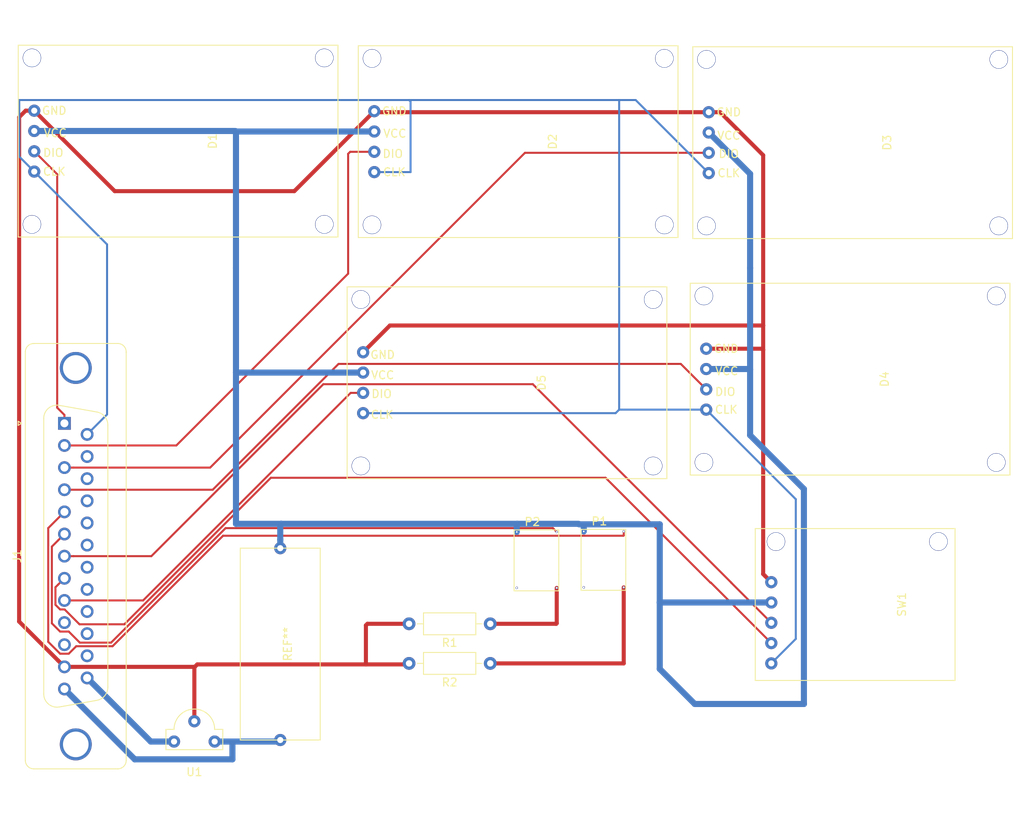
<source format=kicad_pcb>
(kicad_pcb (version 20171130) (host pcbnew "(5.1.0)-1")

  (general
    (thickness 1.6)
    (drawings 4)
    (tracks 157)
    (zones 0)
    (modules 13)
    (nets 23)
  )

  (page A4)
  (layers
    (0 F.Cu signal)
    (31 B.Cu signal)
    (32 B.Adhes user)
    (33 F.Adhes user)
    (34 B.Paste user)
    (35 F.Paste user)
    (36 B.SilkS user)
    (37 F.SilkS user)
    (38 B.Mask user)
    (39 F.Mask user)
    (40 Dwgs.User user)
    (41 Cmts.User user)
    (42 Eco1.User user)
    (43 Eco2.User user)
    (44 Edge.Cuts user)
    (45 Margin user)
    (46 B.CrtYd user)
    (47 F.CrtYd user)
    (48 B.Fab user)
    (49 F.Fab user)
  )

  (setup
    (last_trace_width 0.762)
    (user_trace_width 0.762)
    (trace_clearance 0.2)
    (zone_clearance 0.508)
    (zone_45_only no)
    (trace_min 0.2)
    (via_size 0.8)
    (via_drill 0.4)
    (via_min_size 0.4)
    (via_min_drill 0.3)
    (uvia_size 0.4)
    (uvia_drill 0.1)
    (uvias_allowed no)
    (uvia_min_size 0.4)
    (uvia_min_drill 0.1)
    (edge_width 0.05)
    (segment_width 0.2)
    (pcb_text_width 0.3)
    (pcb_text_size 1.5 1.5)
    (mod_edge_width 0.12)
    (mod_text_size 1 1)
    (mod_text_width 0.15)
    (pad_size 1.6 1.6)
    (pad_drill 1)
    (pad_to_mask_clearance 0.051)
    (solder_mask_min_width 0.25)
    (aux_axis_origin 0 0)
    (visible_elements 7FFFFFFF)
    (pcbplotparams
      (layerselection 0x010fc_ffffffff)
      (usegerberextensions false)
      (usegerberattributes false)
      (usegerberadvancedattributes false)
      (creategerberjobfile false)
      (excludeedgelayer true)
      (linewidth 0.100000)
      (plotframeref false)
      (viasonmask false)
      (mode 1)
      (useauxorigin false)
      (hpglpennumber 1)
      (hpglpenspeed 20)
      (hpglpendiameter 15.000000)
      (psnegative false)
      (psa4output false)
      (plotreference true)
      (plotvalue true)
      (plotinvisibletext false)
      (padsonsilk false)
      (subtractmaskfromsilk false)
      (outputformat 1)
      (mirror false)
      (drillshape 1)
      (scaleselection 1)
      (outputdirectory ""))
  )

  (net 0 "")
  (net 1 /GND)
  (net 2 /VCC)
  (net 3 /DIO)
  (net 4 /CLK)
  (net 5 /D1)
  (net 6 /D2)
  (net 7 /SW)
  (net 8 /DT)
  (net 9 "Net-(J1-Pad11)")
  (net 10 "Net-(J1-Pad13)")
  (net 11 "Net-(J1-Pad15)")
  (net 12 "Net-(J1-Pad16)")
  (net 13 "Net-(J1-Pad17)")
  (net 14 "Net-(J1-Pad18)")
  (net 15 "Net-(J1-Pad19)")
  (net 16 "Net-(J1-Pad20)")
  (net 17 "Net-(J1-Pad21)")
  (net 18 "Net-(J1-Pad22)")
  (net 19 "Net-(J1-Pad23)")
  (net 20 "Net-(J1-Pad24)")
  (net 21 "Net-(P1-Pad4)")
  (net 22 "Net-(P2-Pad4)")

  (net_class Default "This is the default net class."
    (clearance 0.2)
    (trace_width 0.25)
    (via_dia 0.8)
    (via_drill 0.4)
    (uvia_dia 0.4)
    (uvia_drill 0.1)
    (add_net /CLK)
    (add_net /D1)
    (add_net /D2)
    (add_net /DIO)
    (add_net /DT)
    (add_net /GND)
    (add_net /SW)
    (add_net /VCC)
    (add_net "Net-(J1-Pad11)")
    (add_net "Net-(J1-Pad13)")
    (add_net "Net-(J1-Pad15)")
    (add_net "Net-(J1-Pad16)")
    (add_net "Net-(J1-Pad17)")
    (add_net "Net-(J1-Pad18)")
    (add_net "Net-(J1-Pad19)")
    (add_net "Net-(J1-Pad20)")
    (add_net "Net-(J1-Pad21)")
    (add_net "Net-(J1-Pad22)")
    (add_net "Net-(J1-Pad23)")
    (add_net "Net-(J1-Pad24)")
    (add_net "Net-(P1-Pad4)")
    (add_net "Net-(P2-Pad4)")
  )

  (module Eco-PCB-Sensor-Footprints:Fuse-Holder (layer F.Cu) (tedit 5CE9052C) (tstamp 5CE94E84)
    (at 86.2965 146.3675 90)
    (fp_text reference REF** (at 0 -4.064 90) (layer F.SilkS)
      (effects (font (size 1 1) (thickness 0.15)))
    )
    (fp_text value Fuse-Holder (at 0 -6.096 90) (layer F.Fab)
      (effects (font (size 1 1) (thickness 0.15)))
    )
    (fp_line (start 12 0) (end 12 -10) (layer F.SilkS) (width 0.12))
    (fp_line (start -12 0) (end -12 -10) (layer F.SilkS) (width 0.12))
    (fp_line (start 12 -10) (end -12 -10) (layer F.SilkS) (width 0.12))
    (fp_line (start 12 0) (end -12 0) (layer F.SilkS) (width 0.12))
    (pad 1 thru_hole circle (at -12 -5 90) (size 1.524 1.524) (drill 0.762) (layers *.Cu *.Mask)
      (net 2 /VCC))
    (pad 2 thru_hole circle (at 12 -5 90) (size 1.524 1.524) (drill 0.762) (layers *.Cu *.Mask)
      (net 2 /VCC))
  )

  (module Eco-PCB-Sensor-Footprints:TM1637-Display (layer F.Cu) (tedit 5CE6D3A9) (tstamp 5CE6CC87)
    (at 111.0615 83.5025 270)
    (path /5CD392DE)
    (fp_text reference D2 (at 0 -4.318 270) (layer F.SilkS)
      (effects (font (size 1 1) (thickness 0.15)))
    )
    (fp_text value Display_2 (at 0 -2.032 270) (layer F.Fab)
      (effects (font (size 1 1) (thickness 0.15)))
    )
    (fp_line (start -12 20) (end 12 20) (layer F.SilkS) (width 0.12))
    (fp_line (start -12 -20) (end 12 -20) (layer F.SilkS) (width 0.12))
    (fp_line (start 12 -20) (end 12 20) (layer F.SilkS) (width 0.12))
    (fp_line (start -12 -20) (end -12 20) (layer F.SilkS) (width 0.12))
    (fp_text user GND (at -3.81 15.494) (layer F.SilkS)
      (effects (font (size 1 1) (thickness 0.15)))
    )
    (fp_text user VCC (at -1.016 15.4305) (layer F.SilkS)
      (effects (font (size 1 1) (thickness 0.15)))
    )
    (fp_text user DIO (at 1.524 15.6845) (layer F.SilkS)
      (effects (font (size 1 1) (thickness 0.15)))
    )
    (fp_text user CLK (at 3.81 15.494) (layer F.SilkS)
      (effects (font (size 1 1) (thickness 0.15)))
    )
    (pad 1 thru_hole circle (at -3.81 18 270) (size 1.524 1.524) (drill 0.762) (layers *.Cu *.Mask)
      (net 1 /GND))
    (pad 2 thru_hole circle (at -1.27 18 270) (size 1.524 1.524) (drill 0.762) (layers *.Cu *.Mask)
      (net 2 /VCC))
    (pad 3 thru_hole circle (at 1.27 18 270) (size 1.524 1.524) (drill 0.762) (layers *.Cu *.Mask)
      (net 3 /DIO))
    (pad 4 thru_hole circle (at 3.81 18 270) (size 1.524 1.524) (drill 0.762) (layers *.Cu *.Mask)
      (net 4 /CLK))
    (pad "" thru_hole circle (at -10.414 18.288 270) (size 2.3 2.3) (drill 2.2) (layers *.Cu *.Mask))
    (pad "" thru_hole circle (at -10.414 -18.288 270) (size 2.3 2.3) (drill 2.2) (layers *.Cu *.Mask))
    (pad "" thru_hole circle (at 10.414 -18.288 270) (size 2.3 2.3) (drill 2.2) (layers *.Cu *.Mask))
    (pad "" thru_hole circle (at 10.414 18.288 270) (size 2.3 2.3) (drill 2.2) (layers *.Cu *.Mask))
  )

  (module Eco-PCB-Sensor-Footprints:TM1637-Display (layer F.Cu) (tedit 5CE6D33C) (tstamp 5CE6CC73)
    (at 68.5165 83.439 270)
    (path /5CD2EBFF)
    (fp_text reference D1 (at 0 -4.318 270) (layer F.SilkS)
      (effects (font (size 1 1) (thickness 0.15)))
    )
    (fp_text value Display_1 (at 0 -2.032 270) (layer F.Fab)
      (effects (font (size 1 1) (thickness 0.15)))
    )
    (fp_text user CLK (at 3.81 15.494) (layer F.SilkS)
      (effects (font (size 1 1) (thickness 0.15)))
    )
    (fp_text user DIO (at 1.4605 15.621) (layer F.SilkS)
      (effects (font (size 1 1) (thickness 0.15)))
    )
    (fp_text user VCC (at -1.016 15.367) (layer F.SilkS)
      (effects (font (size 1 1) (thickness 0.15)))
    )
    (fp_text user GND (at -3.81 15.494) (layer F.SilkS)
      (effects (font (size 1 1) (thickness 0.15)))
    )
    (fp_line (start -12 -20) (end -12 20) (layer F.SilkS) (width 0.12))
    (fp_line (start 12 -20) (end 12 20) (layer F.SilkS) (width 0.12))
    (fp_line (start -12 -20) (end 12 -20) (layer F.SilkS) (width 0.12))
    (fp_line (start -12 20) (end 12 20) (layer F.SilkS) (width 0.12))
    (pad "" thru_hole circle (at 10.414 18.288 270) (size 2.3 2.3) (drill 2.2) (layers *.Cu *.Mask))
    (pad "" thru_hole circle (at 10.414 -18.288 270) (size 2.3 2.3) (drill 2.2) (layers *.Cu *.Mask))
    (pad "" thru_hole circle (at -10.414 -18.288 270) (size 2.3 2.3) (drill 2.2) (layers *.Cu *.Mask))
    (pad "" thru_hole circle (at -10.414 18.288 270) (size 2.3 2.3) (drill 2.2) (layers *.Cu *.Mask))
    (pad 4 thru_hole circle (at 3.81 18 270) (size 1.524 1.524) (drill 0.762) (layers *.Cu *.Mask)
      (net 4 /CLK))
    (pad 3 thru_hole circle (at 1.27 18 270) (size 1.524 1.524) (drill 0.762) (layers *.Cu *.Mask)
      (net 3 /DIO))
    (pad 2 thru_hole circle (at -1.27 18 270) (size 1.524 1.524) (drill 0.762) (layers *.Cu *.Mask)
      (net 2 /VCC))
    (pad 1 thru_hole circle (at -3.81 18 270) (size 1.524 1.524) (drill 0.762) (layers *.Cu *.Mask)
      (net 1 /GND))
  )

  (module Eco-PCB-Sensor-Footprints:TM1637-Display (layer F.Cu) (tedit 5CE6D439) (tstamp 5CE6CC9B)
    (at 152.908 83.6295 270)
    (path /5CD39ABE)
    (fp_text reference D3 (at 0 -4.318 270) (layer F.SilkS)
      (effects (font (size 1 1) (thickness 0.15)))
    )
    (fp_text value Display_3 (at 0 -2.032 270) (layer F.Fab)
      (effects (font (size 1 1) (thickness 0.15)))
    )
    (fp_text user CLK (at 3.81 15.494) (layer F.SilkS)
      (effects (font (size 1 1) (thickness 0.15)))
    )
    (fp_text user DIO (at 1.397 15.494) (layer F.SilkS)
      (effects (font (size 1 1) (thickness 0.15)))
    )
    (fp_text user VCC (at -0.889 15.494) (layer F.SilkS)
      (effects (font (size 1 1) (thickness 0.15)))
    )
    (fp_text user GND (at -3.81 15.494) (layer F.SilkS)
      (effects (font (size 1 1) (thickness 0.15)))
    )
    (fp_line (start -12 -20) (end -12 20) (layer F.SilkS) (width 0.12))
    (fp_line (start 12 -20) (end 12 20) (layer F.SilkS) (width 0.12))
    (fp_line (start -12 -20) (end 12 -20) (layer F.SilkS) (width 0.12))
    (fp_line (start -12 20) (end 12 20) (layer F.SilkS) (width 0.12))
    (pad "" thru_hole circle (at 10.414 18.288 270) (size 2.3 2.3) (drill 2.2) (layers *.Cu *.Mask))
    (pad "" thru_hole circle (at 10.414 -18.288 270) (size 2.3 2.3) (drill 2.2) (layers *.Cu *.Mask))
    (pad "" thru_hole circle (at -10.414 -18.288 270) (size 2.3 2.3) (drill 2.2) (layers *.Cu *.Mask))
    (pad "" thru_hole circle (at -10.414 18.288 270) (size 2.3 2.3) (drill 2.2) (layers *.Cu *.Mask))
    (pad 4 thru_hole circle (at 3.81 18 270) (size 1.524 1.524) (drill 0.762) (layers *.Cu *.Mask)
      (net 4 /CLK))
    (pad 3 thru_hole circle (at 1.27 18 270) (size 1.524 1.524) (drill 0.762) (layers *.Cu *.Mask)
      (net 3 /DIO))
    (pad 2 thru_hole circle (at -1.27 18 270) (size 1.524 1.524) (drill 0.762) (layers *.Cu *.Mask)
      (net 2 /VCC))
    (pad 1 thru_hole circle (at -3.81 18 270) (size 1.524 1.524) (drill 0.762) (layers *.Cu *.Mask)
      (net 1 /GND))
  )

  (module Eco-PCB-Sensor-Footprints:TM1637-Display (layer F.Cu) (tedit 5CE6D462) (tstamp 5CE6CCAF)
    (at 152.5905 113.2205 270)
    (path /5CD3A063)
    (fp_text reference D4 (at 0 -4.318 270) (layer F.SilkS)
      (effects (font (size 1 1) (thickness 0.15)))
    )
    (fp_text value Display_4 (at 0 -2.032 270) (layer F.Fab)
      (effects (font (size 1 1) (thickness 0.15)))
    )
    (fp_line (start -12 20) (end 12 20) (layer F.SilkS) (width 0.12))
    (fp_line (start -12 -20) (end 12 -20) (layer F.SilkS) (width 0.12))
    (fp_line (start 12 -20) (end 12 20) (layer F.SilkS) (width 0.12))
    (fp_line (start -12 -20) (end -12 20) (layer F.SilkS) (width 0.12))
    (fp_text user GND (at -3.81 15.494) (layer F.SilkS)
      (effects (font (size 1 1) (thickness 0.15)))
    )
    (fp_text user VCC (at -1.016 15.4305) (layer F.SilkS)
      (effects (font (size 1 1) (thickness 0.15)))
    )
    (fp_text user DIO (at 1.5875 15.621) (layer F.SilkS)
      (effects (font (size 1 1) (thickness 0.15)))
    )
    (fp_text user CLK (at 3.81 15.494) (layer F.SilkS)
      (effects (font (size 1 1) (thickness 0.15)))
    )
    (pad 1 thru_hole circle (at -3.81 18 270) (size 1.524 1.524) (drill 0.762) (layers *.Cu *.Mask)
      (net 1 /GND))
    (pad 2 thru_hole circle (at -1.27 18 270) (size 1.524 1.524) (drill 0.762) (layers *.Cu *.Mask)
      (net 2 /VCC))
    (pad 3 thru_hole circle (at 1.27 18 270) (size 1.524 1.524) (drill 0.762) (layers *.Cu *.Mask)
      (net 3 /DIO))
    (pad 4 thru_hole circle (at 3.81 18 270) (size 1.524 1.524) (drill 0.762) (layers *.Cu *.Mask)
      (net 4 /CLK))
    (pad "" thru_hole circle (at -10.414 18.288 270) (size 2.3 2.3) (drill 2.2) (layers *.Cu *.Mask))
    (pad "" thru_hole circle (at -10.414 -18.288 270) (size 2.3 2.3) (drill 2.2) (layers *.Cu *.Mask))
    (pad "" thru_hole circle (at 10.414 -18.288 270) (size 2.3 2.3) (drill 2.2) (layers *.Cu *.Mask))
    (pad "" thru_hole circle (at 10.414 18.288 270) (size 2.3 2.3) (drill 2.2) (layers *.Cu *.Mask))
  )

  (module Eco-PCB-Sensor-Footprints:TM1637-Display (layer F.Cu) (tedit 5CE6D2DF) (tstamp 5CE6CCC3)
    (at 109.6645 113.665 270)
    (path /5CE5879D)
    (fp_text reference D5 (at 0 -4.318 270) (layer F.SilkS)
      (effects (font (size 1 1) (thickness 0.15)))
    )
    (fp_text value Display_5 (at 0 -2.032 270) (layer F.Fab)
      (effects (font (size 1 1) (thickness 0.15)))
    )
    (fp_line (start -12 20) (end 12 20) (layer F.SilkS) (width 0.12))
    (fp_line (start -12 -20) (end 12 -20) (layer F.SilkS) (width 0.12))
    (fp_line (start 12 -20) (end 12 20) (layer F.SilkS) (width 0.12))
    (fp_line (start -12 -20) (end -12 20) (layer F.SilkS) (width 0.12))
    (fp_text user GND (at -3.4925 15.5575) (layer F.SilkS)
      (effects (font (size 1 1) (thickness 0.15)))
    )
    (fp_text user VCC (at -0.9525 15.5575) (layer F.SilkS)
      (effects (font (size 1 1) (thickness 0.15)))
    )
    (fp_text user DIO (at 1.397 15.6845) (layer F.SilkS)
      (effects (font (size 1 1) (thickness 0.15)))
    )
    (fp_text user CLK (at 4.0005 15.621) (layer F.SilkS)
      (effects (font (size 1 1) (thickness 0.15)))
    )
    (pad 1 thru_hole circle (at -3.81 18 270) (size 1.524 1.524) (drill 0.762) (layers *.Cu *.Mask)
      (net 1 /GND))
    (pad 2 thru_hole circle (at -1.27 18 270) (size 1.524 1.524) (drill 0.762) (layers *.Cu *.Mask)
      (net 2 /VCC))
    (pad 3 thru_hole circle (at 1.27 18 270) (size 1.524 1.524) (drill 0.762) (layers *.Cu *.Mask)
      (net 3 /DIO))
    (pad 4 thru_hole circle (at 3.81 18 270) (size 1.524 1.524) (drill 0.762) (layers *.Cu *.Mask)
      (net 4 /CLK))
    (pad "" thru_hole circle (at -10.414 18.288 270) (size 2.3 2.3) (drill 2.2) (layers *.Cu *.Mask))
    (pad "" thru_hole circle (at -10.414 -18.288 270) (size 2.3 2.3) (drill 2.2) (layers *.Cu *.Mask))
    (pad "" thru_hole circle (at 10.414 -18.288 270) (size 2.3 2.3) (drill 2.2) (layers *.Cu *.Mask))
    (pad "" thru_hole circle (at 10.414 18.288 270) (size 2.3 2.3) (drill 2.2) (layers *.Cu *.Mask))
  )

  (module Connector_Dsub:DSUB-25_Female_Vertical_P2.77x2.84mm_MountingHoles (layer F.Cu) (tedit 5CEFEE54) (tstamp 5CE6CD0A)
    (at 54.2925 118.745 90)
    (descr "25-pin D-Sub connector, straight/vertical, THT-mount, female, pitch 2.77x2.84mm, distance of mounting holes 47.1mm, see https://disti-assets.s3.amazonaws.com/tonar/files/datasheets/16730.pdf")
    (tags "25-pin D-Sub connector straight vertical THT female pitch 2.77x2.84mm mounting holes distance 47.1mm")
    (path /5CC77FAB)
    (fp_text reference J1 (at -16.62 -5.89 90) (layer F.SilkS)
      (effects (font (size 1 1) (thickness 0.15)))
    )
    (fp_text value DB25_Female (at -16.62 8.73 90) (layer F.Fab)
      (effects (font (size 1 1) (thickness 0.15)))
    )
    (fp_arc (start -42.17 -3.83) (end -43.17 -3.83) (angle 90) (layer F.Fab) (width 0.1))
    (fp_arc (start 8.93 -3.83) (end 8.93 -4.83) (angle 90) (layer F.Fab) (width 0.1))
    (fp_arc (start -42.17 6.67) (end -43.17 6.67) (angle -90) (layer F.Fab) (width 0.1))
    (fp_arc (start 8.93 6.67) (end 9.93 6.67) (angle 90) (layer F.Fab) (width 0.1))
    (fp_arc (start -42.17 -3.83) (end -43.23 -3.83) (angle 90) (layer F.SilkS) (width 0.12))
    (fp_arc (start 8.93 -3.83) (end 8.93 -4.89) (angle 90) (layer F.SilkS) (width 0.12))
    (fp_arc (start -42.17 6.67) (end -43.23 6.67) (angle -90) (layer F.SilkS) (width 0.12))
    (fp_arc (start 8.93 6.67) (end 9.99 6.67) (angle 90) (layer F.SilkS) (width 0.12))
    (fp_arc (start -33.863194 -0.93) (end -33.863194 -2.53) (angle -100) (layer F.Fab) (width 0.1))
    (fp_arc (start 0.623194 -0.93) (end 0.623194 -2.53) (angle 100) (layer F.Fab) (width 0.1))
    (fp_arc (start -33.034457 3.77) (end -33.034457 5.37) (angle 80) (layer F.Fab) (width 0.1))
    (fp_arc (start -0.205543 3.77) (end -0.205543 5.37) (angle -80) (layer F.Fab) (width 0.1))
    (fp_arc (start -33.851689 -0.93) (end -33.851689 -2.59) (angle -100) (layer F.SilkS) (width 0.12))
    (fp_arc (start 0.611689 -0.93) (end 0.611689 -2.59) (angle 100) (layer F.SilkS) (width 0.12))
    (fp_arc (start -33.022952 3.77) (end -33.022952 5.43) (angle 80) (layer F.SilkS) (width 0.12))
    (fp_arc (start -0.217048 3.77) (end -0.217048 5.43) (angle -80) (layer F.SilkS) (width 0.12))
    (fp_line (start -42.17 -4.83) (end 8.93 -4.83) (layer F.Fab) (width 0.1))
    (fp_line (start 9.93 -3.83) (end 9.93 6.67) (layer F.Fab) (width 0.1))
    (fp_line (start 8.93 7.67) (end -42.17 7.67) (layer F.Fab) (width 0.1))
    (fp_line (start -43.17 6.67) (end -43.17 -3.83) (layer F.Fab) (width 0.1))
    (fp_line (start -42.17 -4.89) (end 8.93 -4.89) (layer F.SilkS) (width 0.12))
    (fp_line (start 9.99 -3.83) (end 9.99 6.67) (layer F.SilkS) (width 0.12))
    (fp_line (start 8.93 7.73) (end -42.17 7.73) (layer F.SilkS) (width 0.12))
    (fp_line (start -43.23 6.67) (end -43.23 -3.83) (layer F.SilkS) (width 0.12))
    (fp_line (start -0.25 -5.784338) (end 0.25 -5.784338) (layer F.SilkS) (width 0.12))
    (fp_line (start 0.25 -5.784338) (end 0 -5.351325) (layer F.SilkS) (width 0.12))
    (fp_line (start 0 -5.351325) (end -0.25 -5.784338) (layer F.SilkS) (width 0.12))
    (fp_line (start -33.863194 -2.53) (end 0.623194 -2.53) (layer F.Fab) (width 0.1))
    (fp_line (start -33.034457 5.37) (end -0.205543 5.37) (layer F.Fab) (width 0.1))
    (fp_line (start 2.198887 -0.652163) (end 1.37015 4.047837) (layer F.Fab) (width 0.1))
    (fp_line (start -35.438887 -0.652163) (end -34.61015 4.047837) (layer F.Fab) (width 0.1))
    (fp_line (start -33.851689 -2.59) (end 0.611689 -2.59) (layer F.SilkS) (width 0.12))
    (fp_line (start -33.022952 5.43) (end -0.217048 5.43) (layer F.SilkS) (width 0.12))
    (fp_line (start 2.24647 -0.641744) (end 1.417733 4.058256) (layer F.SilkS) (width 0.12))
    (fp_line (start -35.48647 -0.641744) (end -34.657733 4.058256) (layer F.SilkS) (width 0.12))
    (fp_line (start -43.7 -5.35) (end -43.7 8.2) (layer F.CrtYd) (width 0.05))
    (fp_line (start -43.7 8.2) (end 10.45 8.2) (layer F.CrtYd) (width 0.05))
    (fp_line (start 10.45 8.2) (end 10.45 -5.35) (layer F.CrtYd) (width 0.05))
    (fp_line (start 10.45 -5.35) (end -43.7 -5.35) (layer F.CrtYd) (width 0.05))
    (fp_text user %R (at -16.62 1.42 90) (layer F.Fab)
      (effects (font (size 1 1) (thickness 0.15)))
    )
    (pad 1 thru_hole rect (at 0 0 90) (size 1.6 1.6) (drill 1) (layers *.Cu *.Mask)
      (net 3 /DIO))
    (pad 2 thru_hole circle (at -2.77 0 90) (size 1.6 1.6) (drill 1) (layers *.Cu *.Mask)
      (net 3 /DIO))
    (pad 3 thru_hole circle (at -5.54 0 90) (size 1.6 1.6) (drill 1) (layers *.Cu *.Mask)
      (net 3 /DIO))
    (pad 4 thru_hole circle (at -8.31 0 90) (size 1.6 1.6) (drill 1) (layers *.Cu *.Mask)
      (net 3 /DIO))
    (pad 5 thru_hole circle (at -11.08 0 90) (size 1.6 1.6) (drill 1) (layers *.Cu *.Mask)
      (net 5 /D1))
    (pad 6 thru_hole circle (at -13.85 0 90) (size 1.6 1.6) (drill 1) (layers *.Cu *.Mask)
      (net 6 /D2))
    (pad 7 thru_hole circle (at -16.62 0 90) (size 1.6 1.6) (drill 1) (layers *.Cu *.Mask)
      (net 7 /SW))
    (pad 8 thru_hole circle (at -19.39 0 90) (size 1.6 1.6) (drill 1) (layers *.Cu *.Mask)
      (net 8 /DT))
    (pad 9 thru_hole circle (at -22.16 0 90) (size 1.6 1.6) (drill 1) (layers *.Cu *.Mask)
      (net 3 /DIO))
    (pad 10 thru_hole circle (at -24.93 0 90) (size 1.6 1.6) (drill 1) (layers *.Cu *.Mask)
      (net 10 "Net-(J1-Pad13)"))
    (pad 11 thru_hole circle (at -27.7 0 90) (size 1.6 1.6) (drill 1) (layers *.Cu *.Mask)
      (net 9 "Net-(J1-Pad11)"))
    (pad 12 thru_hole circle (at -30.47 0 90) (size 1.6 1.6) (drill 1) (layers *.Cu *.Mask)
      (net 1 /GND))
    (pad 13 thru_hole circle (at -33.24 0 90) (size 1.6 1.6) (drill 1) (layers *.Cu *.Mask)
      (net 2 /VCC))
    (pad 14 thru_hole circle (at -1.385 2.84 90) (size 1.6 1.6) (drill 1) (layers *.Cu *.Mask)
      (net 4 /CLK))
    (pad 15 thru_hole circle (at -4.155 2.84 90) (size 1.6 1.6) (drill 1) (layers *.Cu *.Mask)
      (net 11 "Net-(J1-Pad15)"))
    (pad 16 thru_hole circle (at -6.925 2.84 90) (size 1.6 1.6) (drill 1) (layers *.Cu *.Mask)
      (net 12 "Net-(J1-Pad16)"))
    (pad 17 thru_hole circle (at -9.695 2.84 90) (size 1.6 1.6) (drill 1) (layers *.Cu *.Mask)
      (net 13 "Net-(J1-Pad17)"))
    (pad 18 thru_hole circle (at -12.465 2.84 90) (size 1.6 1.6) (drill 1) (layers *.Cu *.Mask)
      (net 14 "Net-(J1-Pad18)"))
    (pad 19 thru_hole circle (at -15.235 2.84 90) (size 1.6 1.6) (drill 1) (layers *.Cu *.Mask)
      (net 15 "Net-(J1-Pad19)"))
    (pad 20 thru_hole circle (at -18.005 2.84 90) (size 1.6 1.6) (drill 1) (layers *.Cu *.Mask)
      (net 16 "Net-(J1-Pad20)"))
    (pad 21 thru_hole circle (at -20.775 2.84 90) (size 1.6 1.6) (drill 1) (layers *.Cu *.Mask)
      (net 17 "Net-(J1-Pad21)"))
    (pad 22 thru_hole circle (at -23.545 2.84 90) (size 1.6 1.6) (drill 1) (layers *.Cu *.Mask)
      (net 18 "Net-(J1-Pad22)"))
    (pad 23 thru_hole circle (at -26.315 2.84 90) (size 1.6 1.6) (drill 1) (layers *.Cu *.Mask)
      (net 19 "Net-(J1-Pad23)"))
    (pad 24 thru_hole circle (at -29.085 2.84 90) (size 1.6 1.6) (drill 1) (layers *.Cu *.Mask)
      (net 20 "Net-(J1-Pad24)"))
    (pad 25 thru_hole circle (at -31.855 2.84 90) (size 1.6 1.6) (drill 1) (layers *.Cu *.Mask)
      (net 2 /VCC))
    (pad 0 thru_hole circle (at -40.17 1.42 90) (size 4 4) (drill 3.2) (layers *.Cu *.Mask))
    (pad 0 thru_hole circle (at 6.93 1.42 90) (size 4 4) (drill 3.2) (layers *.Cu *.Mask))
    (model ${KISYS3DMOD}/Connector_Dsub.3dshapes/DSUB-25_Female_Vertical_P2.77x2.84mm_MountingHoles.wrl
      (at (xyz 0 0 0))
      (scale (xyz 1 1 1))
      (rotate (xyz 0 0 0))
    )
  )

  (module Eco-PCB-Sensor-Footprints:Push-Button (layer F.Cu) (tedit 5CE6C6A6) (tstamp 5CE6CD1B)
    (at 124.2695 132.2705 180)
    (path /5CE6B030)
    (fp_text reference P1 (at 3.048 1.27 180) (layer F.SilkS)
      (effects (font (size 1 1) (thickness 0.15)))
    )
    (fp_text value "Push Button" (at 0 -8.128 180) (layer F.Fab)
      (effects (font (size 1 1) (thickness 0.15)))
    )
    (fp_line (start 5.334 -5.334) (end 5.334 -7.366) (layer F.SilkS) (width 0.12))
    (fp_line (start -0.254 -7.366) (end -0.254 -5.334) (layer F.SilkS) (width 0.12))
    (fp_line (start 5.334 -5.334) (end 5.334 0.254) (layer F.SilkS) (width 0.12))
    (fp_line (start -0.254 -7.366) (end 5.334 -7.366) (layer F.SilkS) (width 0.12))
    (fp_line (start -0.254 0.254) (end -0.254 -5.334) (layer F.SilkS) (width 0.12))
    (fp_line (start 5.334 0.254) (end -0.254 0.254) (layer F.SilkS) (width 0.12))
    (fp_text user GND (at 0.762 -6.858 180) (layer F.Fab)
      (effects (font (size 0.2 0.2) (thickness 0.05)))
    )
    (fp_text user D1 (at 0.508 0 180) (layer F.Fab)
      (effects (font (size 0.2 0.2) (thickness 0.05)))
    )
    (fp_text user VCC (at 4.318 0 180) (layer F.Fab)
      (effects (font (size 0.2 0.2) (thickness 0.05)))
    )
    (pad 4 thru_hole circle (at 5 -7 180) (size 0.3 0.3) (drill 0.2) (layers *.Cu *.Mask)
      (net 21 "Net-(P1-Pad4)"))
    (pad 3 thru_hole circle (at 0 -7 180) (size 0.3 0.3) (drill 0.2) (layers *.Cu *.Mask)
      (net 1 /GND))
    (pad 2 thru_hole circle (at 5 0 180) (size 0.3 0.3) (drill 0.2) (layers *.Cu *.Mask)
      (net 2 /VCC))
    (pad 1 thru_hole circle (at 0 0 180) (size 0.3 0.3) (drill 0.2) (layers *.Cu *.Mask)
      (net 5 /D1))
  )

  (module Eco-PCB-Sensor-Footprints:Push-Button (layer F.Cu) (tedit 5CE6C6A6) (tstamp 5CE6CD2C)
    (at 115.8875 132.334 180)
    (path /5CE6EB3E)
    (fp_text reference P2 (at 3.048 1.27 180) (layer F.SilkS)
      (effects (font (size 1 1) (thickness 0.15)))
    )
    (fp_text value "Push Button" (at 0 -8.128 180) (layer F.Fab)
      (effects (font (size 1 1) (thickness 0.15)))
    )
    (fp_text user VCC (at 4.318 0 180) (layer F.Fab)
      (effects (font (size 0.2 0.2) (thickness 0.05)))
    )
    (fp_text user D1 (at 0.508 0 180) (layer F.Fab)
      (effects (font (size 0.2 0.2) (thickness 0.05)))
    )
    (fp_text user GND (at 0.762 -6.858 180) (layer F.Fab)
      (effects (font (size 0.2 0.2) (thickness 0.05)))
    )
    (fp_line (start 5.334 0.254) (end -0.254 0.254) (layer F.SilkS) (width 0.12))
    (fp_line (start -0.254 0.254) (end -0.254 -5.334) (layer F.SilkS) (width 0.12))
    (fp_line (start -0.254 -7.366) (end 5.334 -7.366) (layer F.SilkS) (width 0.12))
    (fp_line (start 5.334 -5.334) (end 5.334 0.254) (layer F.SilkS) (width 0.12))
    (fp_line (start -0.254 -7.366) (end -0.254 -5.334) (layer F.SilkS) (width 0.12))
    (fp_line (start 5.334 -5.334) (end 5.334 -7.366) (layer F.SilkS) (width 0.12))
    (pad 1 thru_hole circle (at 0 0 180) (size 0.3 0.3) (drill 0.2) (layers *.Cu *.Mask)
      (net 6 /D2))
    (pad 2 thru_hole circle (at 5 0 180) (size 0.3 0.3) (drill 0.2) (layers *.Cu *.Mask)
      (net 2 /VCC))
    (pad 3 thru_hole circle (at 0 -7 180) (size 0.3 0.3) (drill 0.2) (layers *.Cu *.Mask)
      (net 1 /GND))
    (pad 4 thru_hole circle (at 5 -7 180) (size 0.3 0.3) (drill 0.2) (layers *.Cu *.Mask)
      (net 22 "Net-(P2-Pad4)"))
  )

  (module Resistor_THT:R_Axial_DIN0207_L6.3mm_D2.5mm_P10.16mm_Horizontal (layer F.Cu) (tedit 5AE5139B) (tstamp 5CE6CD43)
    (at 107.569 143.8275 180)
    (descr "Resistor, Axial_DIN0207 series, Axial, Horizontal, pin pitch=10.16mm, 0.25W = 1/4W, length*diameter=6.3*2.5mm^2, http://cdn-reichelt.de/documents/datenblatt/B400/1_4W%23YAG.pdf")
    (tags "Resistor Axial_DIN0207 series Axial Horizontal pin pitch 10.16mm 0.25W = 1/4W length 6.3mm diameter 2.5mm")
    (path /5CE728FC)
    (fp_text reference R1 (at 5.08 -2.37 180) (layer F.SilkS)
      (effects (font (size 1 1) (thickness 0.15)))
    )
    (fp_text value "10K Ohms" (at 5.08 2.37 180) (layer F.Fab)
      (effects (font (size 1 1) (thickness 0.15)))
    )
    (fp_line (start 1.93 -1.25) (end 1.93 1.25) (layer F.Fab) (width 0.1))
    (fp_line (start 1.93 1.25) (end 8.23 1.25) (layer F.Fab) (width 0.1))
    (fp_line (start 8.23 1.25) (end 8.23 -1.25) (layer F.Fab) (width 0.1))
    (fp_line (start 8.23 -1.25) (end 1.93 -1.25) (layer F.Fab) (width 0.1))
    (fp_line (start 0 0) (end 1.93 0) (layer F.Fab) (width 0.1))
    (fp_line (start 10.16 0) (end 8.23 0) (layer F.Fab) (width 0.1))
    (fp_line (start 1.81 -1.37) (end 1.81 1.37) (layer F.SilkS) (width 0.12))
    (fp_line (start 1.81 1.37) (end 8.35 1.37) (layer F.SilkS) (width 0.12))
    (fp_line (start 8.35 1.37) (end 8.35 -1.37) (layer F.SilkS) (width 0.12))
    (fp_line (start 8.35 -1.37) (end 1.81 -1.37) (layer F.SilkS) (width 0.12))
    (fp_line (start 1.04 0) (end 1.81 0) (layer F.SilkS) (width 0.12))
    (fp_line (start 9.12 0) (end 8.35 0) (layer F.SilkS) (width 0.12))
    (fp_line (start -1.05 -1.5) (end -1.05 1.5) (layer F.CrtYd) (width 0.05))
    (fp_line (start -1.05 1.5) (end 11.21 1.5) (layer F.CrtYd) (width 0.05))
    (fp_line (start 11.21 1.5) (end 11.21 -1.5) (layer F.CrtYd) (width 0.05))
    (fp_line (start 11.21 -1.5) (end -1.05 -1.5) (layer F.CrtYd) (width 0.05))
    (fp_text user %R (at 5.08 0 180) (layer F.Fab)
      (effects (font (size 1 1) (thickness 0.15)))
    )
    (pad 1 thru_hole circle (at 0 0 180) (size 1.6 1.6) (drill 0.8) (layers *.Cu *.Mask)
      (net 1 /GND))
    (pad 2 thru_hole oval (at 10.16 0 180) (size 1.6 1.6) (drill 0.8) (layers *.Cu *.Mask)
      (net 1 /GND))
    (model ${KISYS3DMOD}/Resistor_THT.3dshapes/R_Axial_DIN0207_L6.3mm_D2.5mm_P10.16mm_Horizontal.wrl
      (at (xyz 0 0 0))
      (scale (xyz 1 1 1))
      (rotate (xyz 0 0 0))
    )
  )

  (module Resistor_THT:R_Axial_DIN0207_L6.3mm_D2.5mm_P10.16mm_Horizontal (layer F.Cu) (tedit 5AE5139B) (tstamp 5CE6CD5A)
    (at 107.569 148.7805 180)
    (descr "Resistor, Axial_DIN0207 series, Axial, Horizontal, pin pitch=10.16mm, 0.25W = 1/4W, length*diameter=6.3*2.5mm^2, http://cdn-reichelt.de/documents/datenblatt/B400/1_4W%23YAG.pdf")
    (tags "Resistor Axial_DIN0207 series Axial Horizontal pin pitch 10.16mm 0.25W = 1/4W length 6.3mm diameter 2.5mm")
    (path /5CE73538)
    (fp_text reference R2 (at 5.08 -2.37 180) (layer F.SilkS)
      (effects (font (size 1 1) (thickness 0.15)))
    )
    (fp_text value "10K Ohms" (at 5.08 2.37 180) (layer F.Fab)
      (effects (font (size 1 1) (thickness 0.15)))
    )
    (fp_text user %R (at 5.08 0 180) (layer F.Fab)
      (effects (font (size 1 1) (thickness 0.15)))
    )
    (fp_line (start 11.21 -1.5) (end -1.05 -1.5) (layer F.CrtYd) (width 0.05))
    (fp_line (start 11.21 1.5) (end 11.21 -1.5) (layer F.CrtYd) (width 0.05))
    (fp_line (start -1.05 1.5) (end 11.21 1.5) (layer F.CrtYd) (width 0.05))
    (fp_line (start -1.05 -1.5) (end -1.05 1.5) (layer F.CrtYd) (width 0.05))
    (fp_line (start 9.12 0) (end 8.35 0) (layer F.SilkS) (width 0.12))
    (fp_line (start 1.04 0) (end 1.81 0) (layer F.SilkS) (width 0.12))
    (fp_line (start 8.35 -1.37) (end 1.81 -1.37) (layer F.SilkS) (width 0.12))
    (fp_line (start 8.35 1.37) (end 8.35 -1.37) (layer F.SilkS) (width 0.12))
    (fp_line (start 1.81 1.37) (end 8.35 1.37) (layer F.SilkS) (width 0.12))
    (fp_line (start 1.81 -1.37) (end 1.81 1.37) (layer F.SilkS) (width 0.12))
    (fp_line (start 10.16 0) (end 8.23 0) (layer F.Fab) (width 0.1))
    (fp_line (start 0 0) (end 1.93 0) (layer F.Fab) (width 0.1))
    (fp_line (start 8.23 -1.25) (end 1.93 -1.25) (layer F.Fab) (width 0.1))
    (fp_line (start 8.23 1.25) (end 8.23 -1.25) (layer F.Fab) (width 0.1))
    (fp_line (start 1.93 1.25) (end 8.23 1.25) (layer F.Fab) (width 0.1))
    (fp_line (start 1.93 -1.25) (end 1.93 1.25) (layer F.Fab) (width 0.1))
    (pad 2 thru_hole oval (at 10.16 0 180) (size 1.6 1.6) (drill 0.8) (layers *.Cu *.Mask)
      (net 1 /GND))
    (pad 1 thru_hole circle (at 0 0 180) (size 1.6 1.6) (drill 0.8) (layers *.Cu *.Mask)
      (net 1 /GND))
    (model ${KISYS3DMOD}/Resistor_THT.3dshapes/R_Axial_DIN0207_L6.3mm_D2.5mm_P10.16mm_Horizontal.wrl
      (at (xyz 0 0 0))
      (scale (xyz 1 1 1))
      (rotate (xyz 0 0 0))
    )
  )

  (module Eco-PCB-Sensor-Footprints:Rotary_Encoder (layer F.Cu) (tedit 5CE6CCF3) (tstamp 5CE6CD69)
    (at 153.2255 141.4145 270)
    (path /5CE3F004)
    (fp_text reference SW1 (at 0 -5.842 270) (layer F.SilkS)
      (effects (font (size 1 1) (thickness 0.15)))
    )
    (fp_text value Rotary_Encoder_Switch (at 0 3.81 270) (layer F.Fab)
      (effects (font (size 1 1) (thickness 0.15)))
    )
    (fp_line (start -9.5 12.5) (end -9.5 -12.5) (layer F.SilkS) (width 0.12))
    (fp_line (start 9.5 -12.5) (end 9.5 12.5) (layer F.SilkS) (width 0.12))
    (fp_line (start -9.5 -12.5) (end 9.5 -12.5) (layer F.SilkS) (width 0.12))
    (fp_line (start -9.5 12.5) (end 9.5 12.5) (layer F.SilkS) (width 0.12))
    (pad 1 thru_hole circle (at -2.794 10.492 270) (size 1.524 1.524) (drill 0.762) (layers *.Cu *.Mask)
      (net 1 /GND))
    (pad 2 thru_hole circle (at -0.254 10.492 270) (size 1.524 1.524) (drill 0.762) (layers *.Cu *.Mask)
      (net 2 /VCC))
    (pad 3 thru_hole circle (at 2.286 10.492 270) (size 1.524 1.524) (drill 0.762) (layers *.Cu *.Mask)
      (net 7 /SW))
    (pad 4 thru_hole circle (at 4.826 10.492 270) (size 1.524 1.524) (drill 0.762) (layers *.Cu *.Mask)
      (net 8 /DT))
    (pad "" thru_hole circle (at -7.874 9.906 270) (size 2.3 2.3) (drill 2.2) (layers *.Cu *.Mask))
    (pad "" thru_hole circle (at -7.874 -10.414 270) (size 2.3 2.3) (drill 2.2) (layers *.Cu *.Mask))
    (pad 5 thru_hole circle (at 7.366 10.492 270) (size 1.524 1.524) (drill 0.762) (layers *.Cu *.Mask)
      (net 4 /CLK))
  )

  (module Eco-PCB-Sensor-Footprints:Red-Switch (layer F.Cu) (tedit 5CEFEDB3) (tstamp 5CE6CD79)
    (at 70.5485 158.5595)
    (path /5CD489D5)
    (fp_text reference U1 (at 0 3.81) (layer F.SilkS)
      (effects (font (size 1 1) (thickness 0.15)))
    )
    (fp_text value ADG417BR (at 0.508 -6.604) (layer F.Fab)
      (effects (font (size 1 1) (thickness 0.15)))
    )
    (fp_line (start -3.556 -1.016) (end -3.556 1.016) (layer F.SilkS) (width 0.12))
    (fp_line (start -3.556 1.016) (end 3.556 1.016) (layer F.SilkS) (width 0.12))
    (fp_line (start 3.556 1.016) (end 3.556 -1.016) (layer F.SilkS) (width 0.12))
    (fp_arc (start 0 -1.524) (end 2.54 -1.524) (angle -180) (layer F.SilkS) (width 0.12))
    (fp_line (start -2.54 -1.524) (end -3.556 -1.524) (layer F.SilkS) (width 0.12))
    (fp_line (start -3.556 -1.524) (end -3.556 -1.016) (layer F.SilkS) (width 0.12))
    (fp_line (start 2.54 -1.524) (end 3.556 -1.524) (layer F.SilkS) (width 0.12))
    (fp_line (start 3.556 -1.524) (end 3.556 -1.016) (layer F.SilkS) (width 0.12))
    (fp_text user GND (at 0 -4.826) (layer F.Fab)
      (effects (font (size 1 1) (thickness 0.15)))
    )
    (pad 1 thru_hole circle (at -2.54 0) (size 1.524 1.524) (drill 0.762) (layers *.Cu *.Mask)
      (net 2 /VCC))
    (pad 2 thru_hole circle (at 2.54 0) (size 1.524 1.524) (drill 0.762) (layers *.Cu *.Mask)
      (net 2 /VCC))
    (pad 3 thru_hole circle (at 0 -2.54) (size 1.524 1.524) (drill 0.762) (layers *.Cu *.Mask)
      (net 1 /GND))
  )

  (gr_line (start 46.2915 170.8405) (end 46.2915 65.8405) (layer Eco2.User) (width 0.12) (tstamp 5CE6BFFE))
  (gr_line (start 174.2915 170.8405) (end 174.2915 65.8405) (layer Eco2.User) (width 0.12) (tstamp 5CE6BFAF))
  (gr_line (start 174.2915 170.8405) (end 46.2915 170.8405) (layer Eco2.User) (width 0.12) (tstamp 5CE6BF74))
  (gr_line (start 174.2915 65.8405) (end 46.2915 65.8405) (layer Eco2.User) (width 0.12))

  (segment (start 97.282 148.9075) (end 97.409 148.7805) (width 0.508) (layer B.Cu) (net 1))
  (segment (start 92.0115 148.9075) (end 92.0115 144.018) (width 0.508) (layer F.Cu) (net 1))
  (segment (start 92.0115 148.9075) (end 97.282 148.9075) (width 0.508) (layer F.Cu) (net 1))
  (segment (start 92.202 143.8275) (end 97.409 143.8275) (width 0.508) (layer F.Cu) (net 1))
  (segment (start 92.0115 144.018) (end 92.202 143.8275) (width 0.508) (layer F.Cu) (net 1))
  (segment (start 107.569 143.8275) (end 115.824 143.8275) (width 0.508) (layer F.Cu) (net 1))
  (segment (start 115.8875 143.764) (end 115.8875 139.334) (width 0.508) (layer F.Cu) (net 1))
  (segment (start 115.824 143.8275) (end 115.8875 143.764) (width 0.508) (layer F.Cu) (net 1))
  (segment (start 124.2695 148.7805) (end 124.2695 139.2705) (width 0.508) (layer F.Cu) (net 1))
  (segment (start 107.569 148.7805) (end 124.2695 148.7805) (width 0.508) (layer F.Cu) (net 1))
  (segment (start 83.058 89.696) (end 93.0615 79.6925) (width 0.508) (layer F.Cu) (net 1))
  (segment (start 60.5835 89.696) (end 50.5165 79.629) (width 0.508) (layer F.Cu) (net 1))
  (segment (start 83.058 89.696) (end 60.5835 89.696) (width 0.508) (layer F.Cu) (net 1))
  (segment (start 93.1885 79.8195) (end 93.0615 79.6925) (width 0.508) (layer B.Cu) (net 1))
  (segment (start 134.908 79.8195) (end 93.1885 79.8195) (width 0.508) (layer F.Cu) (net 1))
  (segment (start 141.971501 137.858501) (end 142.7335 138.6205) (width 0.508) (layer F.Cu) (net 1))
  (segment (start 141.715499 137.602499) (end 141.971501 137.858501) (width 0.508) (layer F.Cu) (net 1))
  (segment (start 136.3345 79.8195) (end 141.715499 85.200499) (width 0.508) (layer F.Cu) (net 1))
  (segment (start 134.908 79.8195) (end 136.3345 79.8195) (width 0.508) (layer F.Cu) (net 1))
  (segment (start 141.571998 109.4105) (end 134.5905 109.4105) (width 0.508) (layer F.Cu) (net 1))
  (segment (start 141.715499 109.554001) (end 141.571998 109.4105) (width 0.508) (layer F.Cu) (net 1))
  (segment (start 141.715499 109.554001) (end 141.715499 137.602499) (width 0.508) (layer F.Cu) (net 1))
  (segment (start 53.492501 148.415001) (end 54.2925 149.215) (width 0.508) (layer F.Cu) (net 1))
  (segment (start 48.624499 143.546999) (end 53.492501 148.415001) (width 0.508) (layer F.Cu) (net 1))
  (segment (start 48.624499 80.443371) (end 48.624499 143.546999) (width 0.508) (layer F.Cu) (net 1))
  (segment (start 49.43887 79.629) (end 48.624499 80.443371) (width 0.508) (layer F.Cu) (net 1))
  (segment (start 50.5165 79.629) (end 49.43887 79.629) (width 0.508) (layer F.Cu) (net 1))
  (segment (start 95.013499 106.506001) (end 91.6645 109.855) (width 0.508) (layer F.Cu) (net 1))
  (segment (start 141.715499 106.506001) (end 95.013499 106.506001) (width 0.508) (layer F.Cu) (net 1))
  (segment (start 141.715499 106.506001) (end 141.715499 109.554001) (width 0.508) (layer F.Cu) (net 1))
  (segment (start 141.715499 85.200499) (end 141.715499 106.506001) (width 0.508) (layer F.Cu) (net 1))
  (segment (start 54.2925 149.215) (end 70.602 149.215) (width 0.508) (layer F.Cu) (net 1))
  (segment (start 70.5485 149.2685) (end 70.5485 156.0195) (width 0.508) (layer F.Cu) (net 1))
  (segment (start 70.602 149.215) (end 70.5485 149.2685) (width 0.508) (layer F.Cu) (net 1))
  (segment (start 70.9095 148.9075) (end 70.602 149.215) (width 0.508) (layer F.Cu) (net 1))
  (segment (start 92.0115 148.9075) (end 70.9095 148.9075) (width 0.508) (layer F.Cu) (net 1))
  (segment (start 142.7335 141.1605) (end 128.778 141.1605) (width 0.762) (layer B.Cu) (net 2))
  (segment (start 110.8875 131.365) (end 110.8875 132.334) (width 0.762) (layer B.Cu) (net 2))
  (segment (start 110.9345 131.318) (end 110.8875 131.365) (width 0.508) (layer B.Cu) (net 2))
  (segment (start 119.2695 132.2705) (end 119.2695 131.5885) (width 0.762) (layer B.Cu) (net 2))
  (segment (start 128.778 141.1605) (end 128.778 131.3815) (width 0.762) (layer B.Cu) (net 2))
  (segment (start 75.7555 82.2325) (end 93.0615 82.2325) (width 0.762) (layer B.Cu) (net 2))
  (segment (start 75.7555 99.314) (end 75.7555 82.2325) (width 0.762) (layer B.Cu) (net 2))
  (segment (start 75.692 82.169) (end 50.5165 82.169) (width 0.762) (layer B.Cu) (net 2))
  (segment (start 75.7555 82.2325) (end 75.692 82.169) (width 0.508) (layer B.Cu) (net 2))
  (segment (start 140.081 87.5325) (end 134.908 82.3595) (width 0.762) (layer B.Cu) (net 2))
  (segment (start 140.081 99.314) (end 140.081 87.5325) (width 0.762) (layer B.Cu) (net 2))
  (segment (start 140.0175 111.9505) (end 134.5905 111.9505) (width 0.762) (layer B.Cu) (net 2))
  (segment (start 140.081 112.014) (end 140.0175 111.9505) (width 0.508) (layer B.Cu) (net 2))
  (segment (start 140.081 99.314) (end 140.081 112.014) (width 0.762) (layer B.Cu) (net 2))
  (segment (start 91.6645 112.395) (end 75.7555 112.395) (width 0.762) (layer B.Cu) (net 2))
  (segment (start 75.7555 114.8715) (end 75.7555 112.395) (width 0.762) (layer B.Cu) (net 2))
  (segment (start 75.7555 112.395) (end 75.7555 99.314) (width 0.762) (layer B.Cu) (net 2))
  (segment (start 75.7555 131.318) (end 75.7555 114.8715) (width 0.762) (layer B.Cu) (net 2))
  (segment (start 128.778 141.1605) (end 128.778 149.479) (width 0.762) (layer B.Cu) (net 2))
  (segment (start 128.778 131.3815) (end 118.6815 131.3815) (width 0.762) (layer B.Cu) (net 2))
  (segment (start 118.618 131.318) (end 110.9345 131.318) (width 0.762) (layer B.Cu) (net 2))
  (segment (start 81.1045 158.5595) (end 81.2965 158.3675) (width 0.508) (layer B.Cu) (net 2))
  (segment (start 81.2965 133.28987) (end 81.28 133.27337) (width 0.508) (layer B.Cu) (net 2))
  (segment (start 81.2965 133.28987) (end 81.2965 134.3675) (width 0.762) (layer B.Cu) (net 2))
  (segment (start 81.2965 131.4285) (end 81.407 131.318) (width 0.762) (layer B.Cu) (net 2))
  (segment (start 81.2965 133.28987) (end 81.2965 131.4285) (width 0.762) (layer B.Cu) (net 2))
  (segment (start 81.407 131.318) (end 75.7555 131.318) (width 0.762) (layer B.Cu) (net 2))
  (segment (start 57.1325 150.6) (end 65.092 158.5595) (width 0.762) (layer B.Cu) (net 2))
  (segment (start 65.092 158.5595) (end 68.0085 158.5595) (width 0.762) (layer B.Cu) (net 2))
  (segment (start 110.9345 131.318) (end 81.407 131.318) (width 0.762) (layer B.Cu) (net 2))
  (segment (start 75.311 158.5595) (end 75.311 160.782) (width 0.762) (layer B.Cu) (net 2))
  (segment (start 75.311 158.5595) (end 81.1045 158.5595) (width 0.762) (layer B.Cu) (net 2))
  (segment (start 73.0885 158.5595) (end 75.311 158.5595) (width 0.762) (layer B.Cu) (net 2))
  (segment (start 63.0895 160.782) (end 54.2925 151.985) (width 0.762) (layer B.Cu) (net 2))
  (segment (start 75.311 160.782) (end 63.0895 160.782) (width 0.762) (layer B.Cu) (net 2))
  (segment (start 133.1595 153.8605) (end 128.778 149.479) (width 0.762) (layer B.Cu) (net 2))
  (segment (start 146.812 153.8605) (end 133.1595 153.8605) (width 0.762) (layer B.Cu) (net 2))
  (segment (start 146.812 126.960922) (end 146.812 153.8605) (width 0.762) (layer B.Cu) (net 2))
  (segment (start 140.081 112.014) (end 140.081 120.229922) (width 0.762) (layer B.Cu) (net 2))
  (segment (start 140.081 120.229922) (end 146.812 126.960922) (width 0.762) (layer B.Cu) (net 2))
  (segment (start 50.58 84.7725) (end 50.5165 84.709) (width 0.508) (layer F.Cu) (net 3))
  (segment (start 51.278499 85.470999) (end 50.5165 84.709) (width 0.25) (layer F.Cu) (net 3))
  (segment (start 53.387499 87.579999) (end 51.278499 85.470999) (width 0.25) (layer F.Cu) (net 3))
  (segment (start 53.387499 116.789999) (end 53.387499 87.579999) (width 0.25) (layer F.Cu) (net 3))
  (segment (start 54.2925 117.695) (end 53.387499 116.789999) (width 0.25) (layer F.Cu) (net 3))
  (segment (start 54.2925 118.745) (end 54.2925 117.695) (width 0.25) (layer F.Cu) (net 3))
  (segment (start 68.293158 121.515) (end 89.789 100.019158) (width 0.25) (layer F.Cu) (net 3))
  (segment (start 54.2925 121.515) (end 68.293158 121.515) (width 0.25) (layer F.Cu) (net 3))
  (segment (start 89.789 100.019158) (end 89.789 85.0265) (width 0.25) (layer F.Cu) (net 3))
  (segment (start 90.043 84.7725) (end 93.0615 84.7725) (width 0.25) (layer F.Cu) (net 3))
  (segment (start 89.789 85.0265) (end 90.043 84.7725) (width 0.25) (layer F.Cu) (net 3))
  (segment (start 91.6645 114.935) (end 90.1065 114.935) (width 0.25) (layer F.Cu) (net 3))
  (segment (start 64.1365 140.905) (end 54.2925 140.905) (width 0.25) (layer F.Cu) (net 3))
  (segment (start 90.1065 114.935) (end 64.1365 140.905) (width 0.25) (layer F.Cu) (net 3))
  (segment (start 55.42387 124.285) (end 54.2925 124.285) (width 0.25) (layer F.Cu) (net 3))
  (segment (start 72.525502 124.285) (end 55.42387 124.285) (width 0.25) (layer F.Cu) (net 3))
  (segment (start 111.911002 84.8995) (end 72.525502 124.285) (width 0.25) (layer F.Cu) (net 3))
  (segment (start 134.908 84.8995) (end 111.911002 84.8995) (width 0.25) (layer F.Cu) (net 3))
  (segment (start 72.843 127.055) (end 54.2925 127.055) (width 0.25) (layer F.Cu) (net 3))
  (segment (start 88.590001 111.307999) (end 72.843 127.055) (width 0.25) (layer F.Cu) (net 3))
  (segment (start 134.5905 114.4905) (end 131.407999 111.307999) (width 0.25) (layer F.Cu) (net 3))
  (segment (start 131.407999 111.307999) (end 88.590001 111.307999) (width 0.25) (layer F.Cu) (net 3))
  (segment (start 51.278499 88.010999) (end 50.5165 87.249) (width 0.25) (layer B.Cu) (net 4))
  (segment (start 59.6265 96.359) (end 51.278499 88.010999) (width 0.25) (layer B.Cu) (net 4))
  (segment (start 59.6265 117.636) (end 59.6265 96.359) (width 0.25) (layer B.Cu) (net 4))
  (segment (start 57.1325 120.13) (end 59.6265 117.636) (width 0.25) (layer B.Cu) (net 4))
  (segment (start 50.5165 87.249) (end 48.641 85.3735) (width 0.25) (layer B.Cu) (net 4))
  (segment (start 48.641 85.3735) (end 48.641 78.2955) (width 0.25) (layer B.Cu) (net 4))
  (segment (start 125.764 78.2955) (end 134.908 87.4395) (width 0.25) (layer B.Cu) (net 4))
  (segment (start 93.0615 87.3125) (end 97.5995 87.3125) (width 0.25) (layer B.Cu) (net 4))
  (segment (start 97.5995 78.486) (end 97.409 78.2955) (width 0.25) (layer B.Cu) (net 4))
  (segment (start 97.5995 87.3125) (end 97.5995 78.486) (width 0.25) (layer B.Cu) (net 4))
  (segment (start 48.641 78.2955) (end 97.409 78.2955) (width 0.25) (layer B.Cu) (net 4))
  (segment (start 123.698 78.2955) (end 123.698 117.0305) (width 0.25) (layer B.Cu) (net 4))
  (segment (start 123.698 78.2955) (end 125.764 78.2955) (width 0.25) (layer B.Cu) (net 4))
  (segment (start 97.409 78.2955) (end 123.698 78.2955) (width 0.25) (layer B.Cu) (net 4))
  (segment (start 123.698 117.0305) (end 134.5905 117.0305) (width 0.25) (layer B.Cu) (net 4))
  (segment (start 134.5905 117.0305) (end 145.796 128.236) (width 0.25) (layer B.Cu) (net 4))
  (segment (start 145.796 145.718) (end 142.7335 148.7805) (width 0.25) (layer B.Cu) (net 4))
  (segment (start 145.796 128.236) (end 145.796 145.718) (width 0.25) (layer B.Cu) (net 4))
  (segment (start 123.2535 117.475) (end 91.6645 117.475) (width 0.25) (layer B.Cu) (net 4))
  (segment (start 123.698 117.0305) (end 123.2535 117.475) (width 0.25) (layer B.Cu) (net 4))
  (segment (start 60.315719 146.635011) (end 74.141729 132.809001) (width 0.25) (layer F.Cu) (net 5))
  (segment (start 52.26748 131.85002) (end 52.26748 146.084982) (width 0.25) (layer F.Cu) (net 5))
  (segment (start 52.26748 146.084982) (end 53.752499 147.570001) (width 0.25) (layer F.Cu) (net 5))
  (segment (start 53.752499 147.570001) (end 54.832501 147.570001) (width 0.25) (layer F.Cu) (net 5))
  (segment (start 54.832501 147.570001) (end 55.767491 146.635011) (width 0.25) (layer F.Cu) (net 5))
  (segment (start 54.2925 129.825) (end 52.26748 131.85002) (width 0.25) (layer F.Cu) (net 5))
  (segment (start 55.767491 146.635011) (end 60.315719 146.635011) (width 0.25) (layer F.Cu) (net 5))
  (segment (start 74.141729 132.809001) (end 124.236501 132.809001) (width 0.25) (layer F.Cu) (net 5))
  (segment (start 124.2695 132.776002) (end 124.2695 132.2705) (width 0.25) (layer F.Cu) (net 5))
  (segment (start 124.236501 132.809001) (end 124.2695 132.776002) (width 0.25) (layer F.Cu) (net 5))
  (segment (start 53.492501 133.394999) (end 54.2925 132.595) (width 0.25) (layer F.Cu) (net 6))
  (segment (start 52.71749 134.17001) (end 53.492501 133.394999) (width 0.25) (layer F.Cu) (net 6))
  (segment (start 52.71749 143.764992) (end 52.71749 134.17001) (width 0.25) (layer F.Cu) (net 6))
  (segment (start 53.752499 144.800001) (end 52.71749 143.764992) (width 0.25) (layer F.Cu) (net 6))
  (segment (start 54.832501 144.800001) (end 53.752499 144.800001) (width 0.25) (layer F.Cu) (net 6))
  (segment (start 56.217501 146.185001) (end 54.832501 144.800001) (width 0.25) (layer F.Cu) (net 6))
  (segment (start 60.129319 146.185001) (end 56.217501 146.185001) (width 0.25) (layer F.Cu) (net 6))
  (segment (start 74.455321 131.858999) (end 60.129319 146.185001) (width 0.25) (layer F.Cu) (net 6))
  (segment (start 115.412499 131.858999) (end 74.455321 131.858999) (width 0.25) (layer F.Cu) (net 6))
  (segment (start 115.8875 132.334) (end 115.412499 131.858999) (width 0.25) (layer F.Cu) (net 6))
  (segment (start 137.72449 138.69149) (end 137.72449 138.67699) (width 0.25) (layer F.Cu) (net 7))
  (segment (start 142.7335 143.7005) (end 137.72449 138.69149) (width 0.25) (layer F.Cu) (net 7))
  (segment (start 55.42387 135.365) (end 54.2925 135.365) (width 0.25) (layer F.Cu) (net 7))
  (segment (start 65.16941 135.365) (end 55.42387 135.365) (width 0.25) (layer F.Cu) (net 7))
  (segment (start 86.686411 113.847999) (end 65.16941 135.365) (width 0.25) (layer F.Cu) (net 7))
  (segment (start 112.895499 113.847999) (end 86.686411 113.847999) (width 0.25) (layer F.Cu) (net 7))
  (segment (start 137.72449 138.67699) (end 112.895499 113.847999) (width 0.25) (layer F.Cu) (net 7))
  (segment (start 135.18449 138.69149) (end 135.13549 138.69149) (width 0.25) (layer F.Cu) (net 8))
  (segment (start 142.7335 146.2405) (end 135.18449 138.69149) (width 0.25) (layer F.Cu) (net 8))
  (segment (start 53.492501 138.934999) (end 54.2925 138.135) (width 0.25) (layer F.Cu) (net 8))
  (segment (start 53.167499 141.445001) (end 53.167499 139.260001) (width 0.25) (layer F.Cu) (net 8))
  (segment (start 53.752499 142.030001) (end 53.167499 141.445001) (width 0.25) (layer F.Cu) (net 8))
  (segment (start 56.173502 143.891) (end 54.312503 142.030001) (width 0.25) (layer F.Cu) (net 8))
  (segment (start 61.78691 143.891) (end 56.173502 143.891) (width 0.25) (layer F.Cu) (net 8))
  (segment (start 53.167499 139.260001) (end 53.492501 138.934999) (width 0.25) (layer F.Cu) (net 8))
  (segment (start 54.312503 142.030001) (end 53.752499 142.030001) (width 0.25) (layer F.Cu) (net 8))
  (segment (start 80.123909 125.554001) (end 61.78691 143.891) (width 0.25) (layer F.Cu) (net 8))
  (segment (start 121.998001 125.554001) (end 80.123909 125.554001) (width 0.25) (layer F.Cu) (net 8))
  (segment (start 135.13549 138.69149) (end 121.998001 125.554001) (width 0.25) (layer F.Cu) (net 8))

)

</source>
